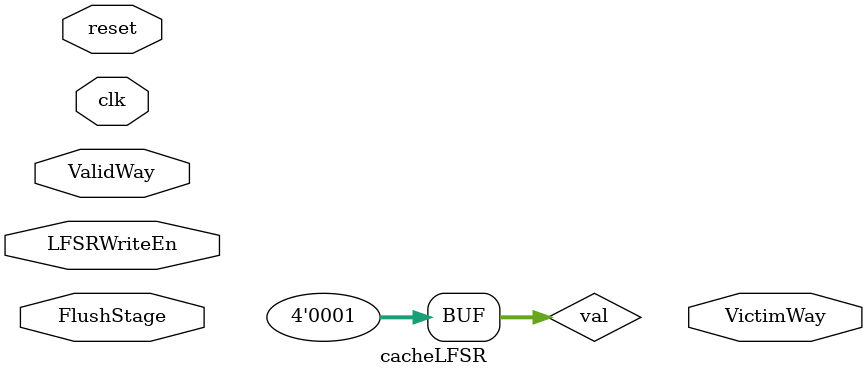
<source format=sv>

module cacheLFSR
  #(parameter NUMWAYS = 4, SETLEN = 9, OFFSETLEN = 5, NUMLINES = 128) (
  input  logic                clk, 
  input  logic                reset,
  input  logic                FlushStage,
  input  logic [NUMWAYS-1:0]  ValidWay,        // Which ways for a particular set are valid, ignores tag
  input  logic                LFSRWriteEn,      // Update the LFSR state
  output logic [NUMWAYS-1:0]  VictimWay        // LFSR selects a victim to evict
);

    localparam                           LOGNUMWAYS = $clog2(NUMWAYS);

    logic AllValid;
    logic RegEnable;

    logic [NUMWAYS-1:0] FirstZero;
    logic [LOGNUMWAYS-1:0] FirstZeroWay;

    logic [LOGNUMWAYS+1:0] next;
    logic [LOGNUMWAYS+1:0] curr;

    logic [LOGNUMWAYS+1:0] val;

    assign AllValid = &ValidWay;
    assign RegEnable = !FlushStage & LFSRWriteEn;

    assign val[0] = 1'b1;
    assign val[LOGNUMWAYS+1:1] = '0;


    priorityonehot #(NUMWAYS) FirstZeroEncoder(~ValidWay, FirstZero);
    binencoder #(NUMWAYS) FirstZeroWayEncoder(FirstZero, FirstZeroWay);

    // On a miss we need to ignore HitWay and derive the new replacement bits with the VictimWay.
    mux2 #(LOGNUMWAYS) WayMuxEnc(curr, VictimWayEnc, SetValid, Way);

    flopenl #(LOGNUMWAYS+2) LFSR(clk,reset,LFSRWriteEn,next,val,curr);

    assign next[LOGNUMWAYS:0] = curr[LOGNUMWAYS+1:1];

    if(NUMWAYS == 2) begin
      assign next[2] = curr[2] ^ curr[0]; //mask = 101
    end
    else if(NUMWAYS == 4) begin
      assign next[3] = curr[3] ^ curr[0]; //mask = 1001
    end
    else if(NUMWAYS == 8) begin
      assign next[4] = curr[4] ^ curr[3] ^ curr[2] ^ curr[0]; //mask = 1_1101
    end
    else if(NUMWAYS == 16) begin
      assign next[5] = curr[5] ^ curr[4] ^ curr[2] ^ curr[1]; //mask = 11_0110
    end
    else if(NUMWAYS == 32) begin
      assign next[6] = curr[6] ^ curr[5] ^ curr[3] ^ curr[0]; //mask = 110_1001
    end
    else if(NUMWAYS == 64) begin
      assign next[7] = curr[7] ^ curr[5] ^ curr[2] ^ curr[1]; //mask = 1010_0110
    end
    else if(NUMWAYS == 128) begin
      assign next[8] = curr[8] ^ curr[6] ^ curr[5] ^ curr[4] ^ curr[3] ^ curr[2]; //mask = 1_0111_1100
    end


endmodule //cacheLFSR

</source>
